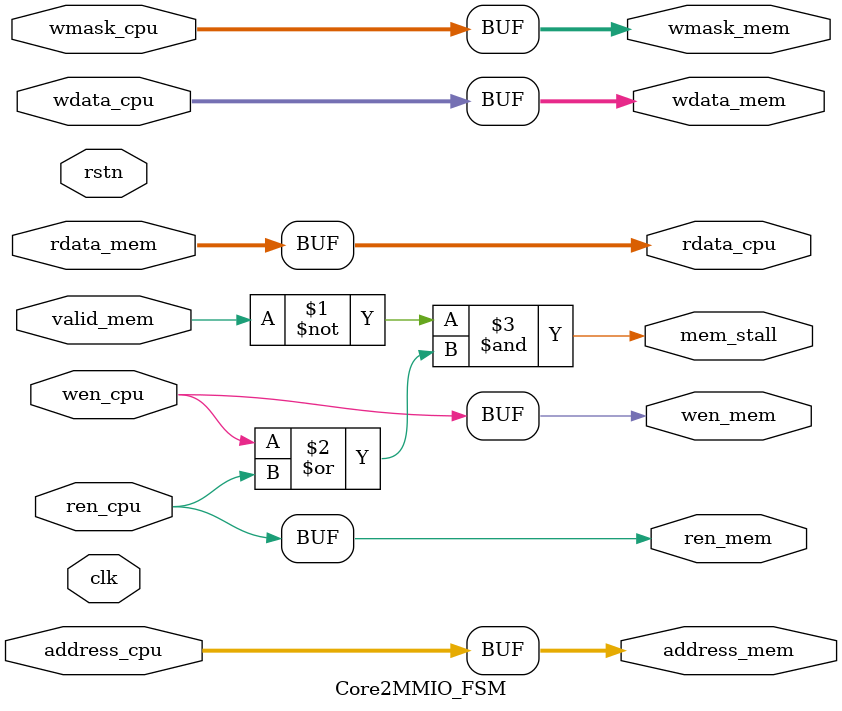
<source format=v>
module Core2MMIO_FSM (
    input wire clk,
    input wire rstn,
    input wire [63:0] address_cpu,
    input wire wen_cpu,
    input wire ren_cpu,
    input wire [63:0] wdata_cpu,
    input wire [7:0] wmask_cpu,
    output [63:0] rdata_cpu,
    output mem_stall,

    output wire [63:0] address_mem,
    output wire ren_mem,
    output wire wen_mem,
    output wire [7:0] wmask_mem,
    output wire [63:0] wdata_mem,
    input wire [63:0] rdata_mem,
    input wire valid_mem
);

    assign address_mem=address_cpu;
    assign wen_mem=wen_cpu;
    assign ren_mem=ren_cpu;
    assign wdata_mem=wdata_cpu;
    assign wmask_mem=wmask_cpu;
    assign rdata_cpu=rdata_mem;
    assign mem_stall=~valid_mem&(wen_cpu|ren_cpu);

endmodule
</source>
